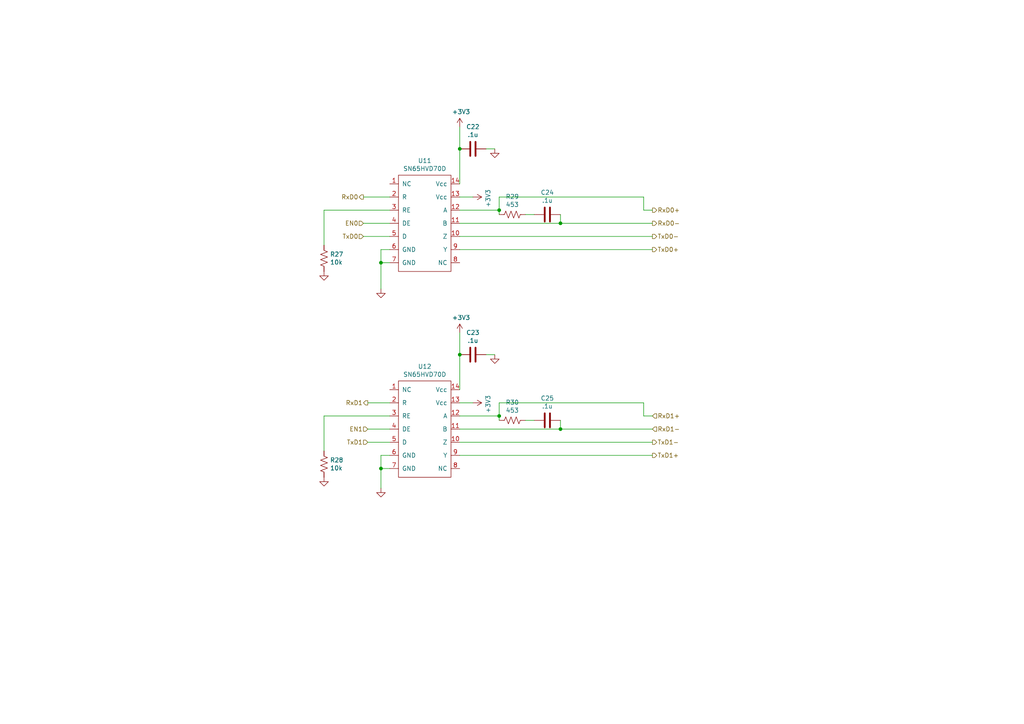
<source format=kicad_sch>
(kicad_sch (version 20230121) (generator eeschema)
  (paper "A4")
  (title_block (title "Avionics Board") (rev "A") (company "SilverSat Limited"))
  (lib_symbols
    (symbol "Device:C" (pin_numbers hide) (pin_names (offset 0.254))
      (property "Reference" "C" (at 0.635 2.54 0))
      (property "Value" "C" (at 0.635 -2.54 0))
      (symbol "C_0_1"
        (polyline (pts (xy -2.032 -0.762) (xy 2.032 -0.762)) (stroke (width 0.508)))
        (polyline (pts (xy -2.032 0.762) (xy 2.032 0.762)) (stroke (width 0.508)))
      )
      (symbol "C_1_1"
        (pin passive line (at 0 3.81 270) (length 2.794) (name "~") (number "1"))
        (pin passive line (at 0 -3.81 90) (length 2.794) (name "~") (number "2"))
      )
    )
    (symbol "Device:R_US" (pin_numbers hide) (pin_names (offset 0))
      (property "Reference" "R" (at 2.54 0 90))
      (property "Value" "R_US" (at -2.54 0 90))
      (symbol "R_US_0_1"
        (polyline (pts (xy 0 -2.286) (xy 0 -2.54)))
        (polyline (pts (xy 0 2.286) (xy 0 2.54)))
        (polyline (pts (xy 0 -0.762) (xy 1.016 -1.143) (xy 0 -1.524) (xy -1.016 -1.905) (xy 0 -2.286)))
        (polyline (pts (xy 0 0.762) (xy 1.016 0.381) (xy 0 0) (xy -1.016 -0.381) (xy 0 -0.762)))
        (polyline (pts (xy 0 2.286) (xy 1.016 1.905) (xy 0 1.524) (xy -1.016 1.143) (xy 0 0.762)))
      )
      (symbol "R_US_1_1"
        (pin passive line (at 0 3.81 270) (length 1.27) (name "~") (number "1"))
        (pin passive line (at 0 -3.81 90) (length 1.27) (name "~") (number "2"))
      )
    )
    (symbol "SilverSat_symbols:SN65HVD70D" (pin_names (offset 1.016))
      (property "Reference" "U" (at 0 0 0))
      (property "Value" "SN65HVD70D" (at 0 0 0))
      (symbol "SN65HVD70D_0_1"
        (rectangle (start -5.08 -3.81) (end 10.16 -31.75))
      )
      (symbol "SN65HVD70D_1_1"
        (pin input line (at -7.62 -6.35 0) (length 2.54) (name "NC") (number "1"))
        (pin input line (at 12.7 -21.59 180) (length 2.54) (name "Z") (number "10"))
        (pin input line (at 12.7 -17.78 180) (length 2.54) (name "B") (number "11"))
        (pin input line (at 12.7 -13.97 180) (length 2.54) (name "A") (number "12"))
        (pin input line (at 12.7 -10.16 180) (length 2.54) (name "Vcc") (number "13"))
        (pin input line (at 12.7 -6.35 180) (length 2.54) (name "Vcc") (number "14"))
        (pin input line (at -7.62 -10.16 0) (length 2.54) (name "R") (number "2"))
        (pin input line (at -7.62 -13.97 0) (length 2.54) (name "RE") (number "3"))
        (pin input line (at -7.62 -17.78 0) (length 2.54) (name "DE") (number "4"))
        (pin input line (at -7.62 -21.59 0) (length 2.54) (name "D") (number "5"))
        (pin input line (at -7.62 -25.4 0) (length 2.54) (name "GND") (number "6"))
        (pin input line (at -7.62 -29.21 0) (length 2.54) (name "GND") (number "7"))
        (pin input line (at 12.7 -29.21 180) (length 2.54) (name "NC") (number "8"))
        (pin input line (at 12.7 -25.4 180) (length 2.54) (name "Y") (number "9"))
      )
    )
    (symbol "power:+3.3V" (power) (pin_names (offset 0))
      (property "Value" "+3.3V" (at 0 3.556 0))
      (symbol "+3.3V_0_1"
        (polyline (pts (xy -0.762 1.27) (xy 0 2.54)))
        (polyline (pts (xy 0 0) (xy 0 2.54)))
        (polyline (pts (xy 0 2.54) (xy 0.762 1.27)))
      )
      (symbol "+3.3V_1_1"
        (pin power_in line (at 0 0 90) (length 0) hide (name "+3V3") (number "1"))
      )
    )
    (symbol "power:GND" (power) (pin_names (offset 0))
      (property "Value" "GND" (at 0 -3.81 0))
      (symbol "GND_0_1"
        (polyline (pts (xy 0 0) (xy 0 -1.27) (xy 1.27 -1.27) (xy 0 -2.54) (xy -1.27 -1.27) (xy 0 -1.27)))
      )
      (symbol "GND_1_1"
        (pin power_in line (at 0 0 270) (length 0) hide (name "GND") (number "1"))
      )
    )
  )
  (junction (at 162.56 124.46))
  (junction (at 110.49 76.2))
  (junction (at 144.78 120.65))
  (junction (at 133.35 43.18))
  (junction (at 162.56 64.77))
  (junction (at 110.49 135.89))
  (junction (at 144.78 60.96))
  (junction (at 133.35 102.87))
  (wire (pts (xy 162.56 121.92) (xy 162.56 124.46)))
  (wire (pts (xy 144.78 120.65) (xy 144.78 116.84)))
  (wire (pts (xy 93.98 60.96) (xy 93.98 71.12)))
  (wire (pts (xy 144.78 60.96) (xy 144.78 57.15)))
  (wire (pts (xy 133.35 102.87) (xy 133.35 113.03)))
  (wire (pts (xy 105.41 68.58) (xy 113.03 68.58)))
  (wire (pts (xy 110.49 132.08) (xy 110.49 135.89)))
  (wire (pts (xy 186.69 60.96) (xy 189.23 60.96)))
  (wire (pts (xy 162.56 64.77) (xy 189.23 64.77)))
  (wire (pts (xy 133.35 120.65) (xy 144.78 120.65)))
  (wire (pts (xy 113.03 60.96) (xy 93.98 60.96)))
  (wire (pts (xy 113.03 135.89) (xy 110.49 135.89)))
  (wire (pts (xy 144.78 116.84) (xy 186.69 116.84)))
  (wire (pts (xy 162.56 124.46) (xy 189.23 124.46)))
  (wire (pts (xy 133.35 72.39) (xy 189.23 72.39)))
  (wire (pts (xy 133.35 96.52) (xy 133.35 102.87)))
  (wire (pts (xy 133.35 124.46) (xy 162.56 124.46)))
  (wire (pts (xy 162.56 62.23) (xy 162.56 64.77)))
  (wire (pts (xy 152.4 121.92) (xy 154.94 121.92)))
  (wire (pts (xy 133.35 132.08) (xy 189.23 132.08)))
  (wire (pts (xy 186.69 120.65) (xy 189.23 120.65)))
  (wire (pts (xy 133.35 36.83) (xy 133.35 43.18)))
  (wire (pts (xy 186.69 57.15) (xy 186.69 60.96)))
  (wire (pts (xy 110.49 72.39) (xy 110.49 76.2)))
  (wire (pts (xy 113.03 120.65) (xy 93.98 120.65)))
  (wire (pts (xy 105.41 57.15) (xy 113.03 57.15)))
  (wire (pts (xy 133.35 64.77) (xy 162.56 64.77)))
  (wire (pts (xy 144.78 57.15) (xy 186.69 57.15)))
  (wire (pts (xy 133.35 68.58) (xy 189.23 68.58)))
  (wire (pts (xy 133.35 128.27) (xy 189.23 128.27)))
  (wire (pts (xy 144.78 62.23) (xy 144.78 60.96)))
  (wire (pts (xy 143.51 102.87) (xy 140.97 102.87)))
  (wire (pts (xy 113.03 132.08) (xy 110.49 132.08)))
  (wire (pts (xy 133.35 60.96) (xy 144.78 60.96)))
  (wire (pts (xy 110.49 76.2) (xy 110.49 83.82)))
  (wire (pts (xy 152.4 62.23) (xy 154.94 62.23)))
  (wire (pts (xy 186.69 116.84) (xy 186.69 120.65)))
  (wire (pts (xy 133.35 116.84) (xy 137.16 116.84)))
  (wire (pts (xy 113.03 76.2) (xy 110.49 76.2)))
  (wire (pts (xy 133.35 57.15) (xy 137.16 57.15)))
  (wire (pts (xy 110.49 135.89) (xy 110.49 141.605)))
  (wire (pts (xy 93.98 120.65) (xy 93.98 130.81)))
  (wire (pts (xy 133.35 43.18) (xy 133.35 53.34)))
  (wire (pts (xy 113.03 116.84) (xy 106.68 116.84)))
  (wire (pts (xy 105.41 64.77) (xy 113.03 64.77)))
  (wire (pts (xy 143.51 43.18) (xy 140.97 43.18)))
  (wire (pts (xy 106.68 124.46) (xy 113.03 124.46)))
  (wire (pts (xy 144.78 121.92) (xy 144.78 120.65)))
  (wire (pts (xy 113.03 72.39) (xy 110.49 72.39)))
  (wire (pts (xy 113.03 128.27) (xy 106.68 128.27)))
  (hierarchical_label "RxD1+" (shape input) (at 189.23 120.65 0))
  (hierarchical_label "TxD1" (shape input) (at 106.68 128.27 180))
  (hierarchical_label "TxD1-" (shape output) (at 189.23 128.27 0))
  (hierarchical_label "RxD0" (shape output) (at 105.41 57.15 180))
  (hierarchical_label "RxD0-" (shape output) (at 189.23 64.77 0))
  (hierarchical_label "EN0" (shape input) (at 105.41 64.77 180))
  (hierarchical_label "TxD0-" (shape output) (at 189.23 68.58 0))
  (hierarchical_label "RxD1" (shape output) (at 106.68 116.84 180))
  (hierarchical_label "RxD0+" (shape output) (at 189.23 60.96 0))
  (hierarchical_label "TxD0+" (shape output) (at 189.23 72.39 0))
  (hierarchical_label "RxD1-" (shape input) (at 189.23 124.46 0))
  (hierarchical_label "TxD0" (shape input) (at 105.41 68.58 180))
  (hierarchical_label "TxD1+" (shape output) (at 189.23 132.08 0))
  (hierarchical_label "EN1" (shape input) (at 106.68 124.46 180))
  (symbol (lib_id "SilverSat_symbols:SN65HVD70D") (at 120.65 46.99 0) (unit 1)
    (property "Reference" "U11" (at 123.19 46.609 0))
    (property "Value" "SN65HVD70D" (at 123.19 48.9204 0))
    (property "Part_Number" "SN65HVD70D" (effects hide))
    (property "MPN" "SN65HVD70D" (effects hide))
  )
  (symbol (lib_id "SilverSat_symbols:SN65HVD70D") (at 120.65 106.68 0) (unit 1)
    (property "Reference" "U12" (at 123.19 106.299 0))
    (property "Value" "SN65HVD70D" (at 123.19 108.6104 0))
    (property "Part_Number" "SN65HVD70D" (effects hide))
    (property "MPN" "SN65HVD70D" (effects hide))
  )
  (symbol (lib_id "power:GND") (at 110.49 83.82 0) (unit 1)
    (property "Reference" "#PWR0135" (effects hide))
    (property "Value" "GND" (effects hide))
  )
  (symbol (lib_id "Device:C") (at 158.75 62.23 90) (unit 1)
    (property "Reference" "C24" (at 158.75 55.8292 90))
    (property "Value" ".1u" (at 158.75 58.1406 90))
    (property "Part_Number" "06035C104K4Z2A" (effects hide))
    (property "MPN" "06035C104K4Z2A" (effects hide))
  )
  (symbol (lib_id "power:GND") (at 110.49 141.605 0) (unit 1)
    (property "Reference" "#PWR0139" (effects hide))
    (property "Value" "GND" (effects hide))
  )
  (symbol (lib_id "Device:R_US") (at 148.59 62.23 270) (unit 1)
    (property "Reference" "R29" (at 148.59 57.023 90))
    (property "Value" "453" (at 148.59 59.3344 90))
    (property "Part_Number" "ERJ-3EKF4530V" (effects hide))
  )
  (symbol (lib_id "Device:R_US") (at 93.98 74.93 0) (unit 1)
    (property "Reference" "R27" (at 95.7072 73.7616 0) (effects (justify left)))
    (property "Value" "10k" (at 95.7072 76.073 0) (effects (justify left)))
    (property "Part_Number" "ERJ-3EKF1002V" (effects hide))
    (property "MPN" "ERJ-3EKF1002V" (effects hide))
  )
  (symbol (lib_id "power:GND") (at 93.98 78.74 0) (unit 1)
    (property "Reference" "#PWR0136" (effects hide))
    (property "Value" "GND" (effects hide))
  )
  (symbol (lib_id "power:GND") (at 93.98 138.43 0) (unit 1)
    (property "Reference" "#PWR0140" (effects hide))
    (property "Value" "GND" (effects hide))
  )
  (symbol (lib_id "Device:R_US") (at 93.98 134.62 0) (unit 1)
    (property "Reference" "R28" (at 95.7072 133.4516 0) (effects (justify left)))
    (property "Value" "10k" (at 95.7072 135.763 0) (effects (justify left)))
    (property "Part_Number" "ERJ-3EKF1002V" (effects hide))
    (property "MPN" "ERJ-3EKF1002V" (effects hide))
  )
  (symbol (lib_id "power:+3.3V") (at 137.16 57.15 270) (unit 1)
    (property "Reference" "#PWR0134" (effects hide))
    (property "Value" "+3.3V" (at 141.5542 57.531 0))
  )
  (symbol (lib_id "Device:C") (at 158.75 121.92 90) (unit 1)
    (property "Reference" "C25" (at 158.75 115.5192 90))
    (property "Value" ".1u" (at 158.75 117.8306 90))
    (property "Part_Number" "06035C104K4Z2A" (effects hide))
    (property "MPN" "06035C104K4Z2A" (effects hide))
  )
  (symbol (lib_id "Device:R_US") (at 148.59 121.92 270) (unit 1)
    (property "Reference" "R30" (at 148.59 116.713 90))
    (property "Value" "453" (at 148.59 119.0244 90))
    (property "Part_Number" "ERJ-3EKF4530V" (effects hide))
  )
  (symbol (lib_id "power:+3.3V") (at 137.16 116.84 270) (unit 1)
    (property "Reference" "#PWR0142" (effects hide))
    (property "Value" "+3.3V" (at 141.5542 117.221 0))
  )
  (symbol (lib_id "Device:C") (at 137.16 43.18 90) (unit 1)
    (property "Reference" "C22" (at 137.16 36.7792 90))
    (property "Value" ".1u" (at 137.16 39.0906 90))
    (property "Part_Number" "06035C104K4Z2A" (effects hide))
    (property "MPN" "06035C104K4Z2A" (effects hide))
  )
  (symbol (lib_id "power:+3.3V") (at 133.35 36.83 0) (unit 1)
    (property "Reference" "#PWR0137" (effects hide))
    (property "Value" "+3.3V" (at 133.731 32.4358 0))
  )
  (symbol (lib_id "power:GND") (at 143.51 43.18 0) (unit 1)
    (property "Reference" "#PWR0138" (effects hide))
    (property "Value" "GND" (effects hide))
  )
  (symbol (lib_id "Device:C") (at 137.16 102.87 90) (unit 1)
    (property "Reference" "C23" (at 137.16 96.4692 90))
    (property "Value" ".1u" (at 137.16 98.7806 90))
    (property "Part_Number" "06035C104K4Z2A" (effects hide))
    (property "MPN" "06035C104K4Z2A" (effects hide))
  )
  (symbol (lib_id "power:+3.3V") (at 133.35 96.52 0) (unit 1)
    (property "Reference" "#PWR0141" (effects hide))
    (property "Value" "+3.3V" (at 133.731 92.1258 0))
  )
  (symbol (lib_id "power:GND") (at 143.51 102.87 0) (unit 1)
    (property "Reference" "#PWR0143" (effects hide))
    (property "Value" "GND" (effects hide))
  )
)
</source>
